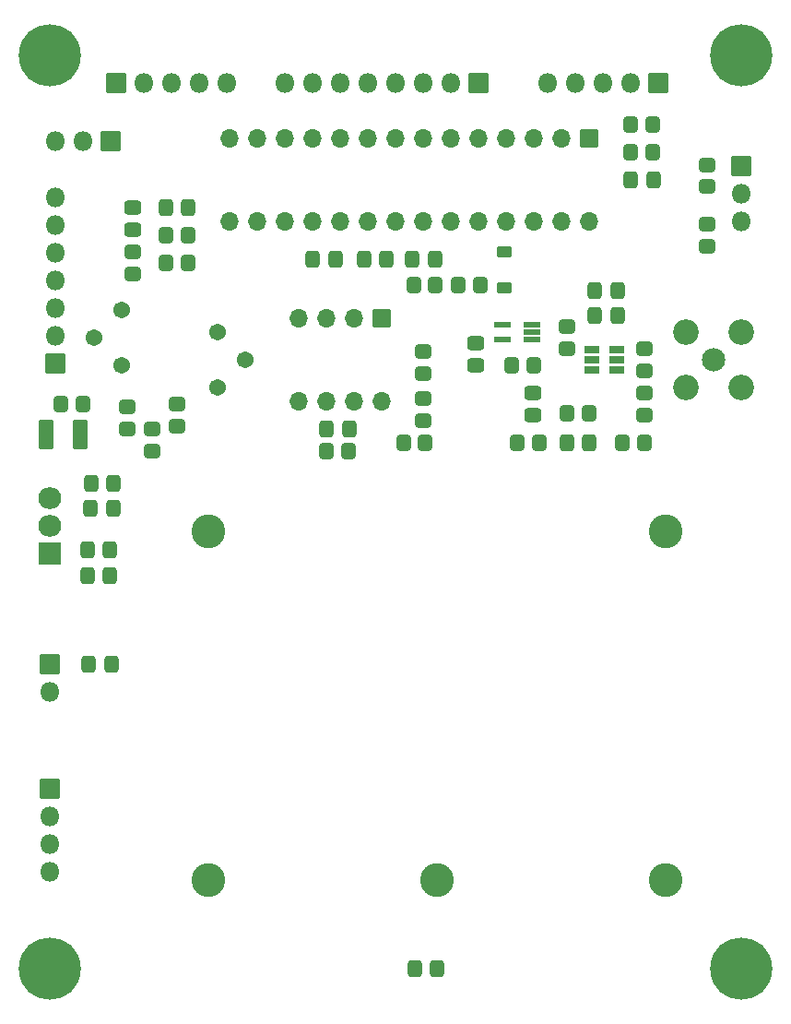
<source format=gbr>
%TF.GenerationSoftware,KiCad,Pcbnew,6.0.4*%
%TF.CreationDate,2022-04-29T13:24:53-05:00*%
%TF.ProjectId,gpsdo-controller,67707364-6f2d-4636-9f6e-74726f6c6c65,rev?*%
%TF.SameCoordinates,Original*%
%TF.FileFunction,Soldermask,Top*%
%TF.FilePolarity,Negative*%
%FSLAX46Y46*%
G04 Gerber Fmt 4.6, Leading zero omitted, Abs format (unit mm)*
G04 Created by KiCad (PCBNEW 6.0.4) date 2022-04-29 13:24:53*
%MOMM*%
%LPD*%
G01*
G04 APERTURE LIST*
G04 Aperture macros list*
%AMRoundRect*
0 Rectangle with rounded corners*
0 $1 Rounding radius*
0 $2 $3 $4 $5 $6 $7 $8 $9 X,Y pos of 4 corners*
0 Add a 4 corners polygon primitive as box body*
4,1,4,$2,$3,$4,$5,$6,$7,$8,$9,$2,$3,0*
0 Add four circle primitives for the rounded corners*
1,1,$1+$1,$2,$3*
1,1,$1+$1,$4,$5*
1,1,$1+$1,$6,$7*
1,1,$1+$1,$8,$9*
0 Add four rect primitives between the rounded corners*
20,1,$1+$1,$2,$3,$4,$5,0*
20,1,$1+$1,$4,$5,$6,$7,0*
20,1,$1+$1,$6,$7,$8,$9,0*
20,1,$1+$1,$8,$9,$2,$3,0*%
G04 Aperture macros list end*
%ADD10C,1.541600*%
%ADD11RoundRect,0.300800X-0.337500X-0.475000X0.337500X-0.475000X0.337500X0.475000X-0.337500X0.475000X0*%
%ADD12RoundRect,0.300800X0.337500X0.475000X-0.337500X0.475000X-0.337500X-0.475000X0.337500X-0.475000X0*%
%ADD13RoundRect,0.050800X-0.850000X-0.850000X0.850000X-0.850000X0.850000X0.850000X-0.850000X0.850000X0*%
%ADD14O,1.801600X1.801600*%
%ADD15RoundRect,0.300800X0.450000X-0.350000X0.450000X0.350000X-0.450000X0.350000X-0.450000X-0.350000X0*%
%ADD16RoundRect,0.300800X-0.350000X-0.450000X0.350000X-0.450000X0.350000X0.450000X-0.350000X0.450000X0*%
%ADD17RoundRect,0.050800X-0.850000X0.850000X-0.850000X-0.850000X0.850000X-0.850000X0.850000X0.850000X0*%
%ADD18RoundRect,0.050800X0.600000X-0.450000X0.600000X0.450000X-0.600000X0.450000X-0.600000X-0.450000X0*%
%ADD19RoundRect,0.050800X-0.800000X0.800000X-0.800000X-0.800000X0.800000X-0.800000X0.800000X0.800000X0*%
%ADD20O,1.701600X1.701600*%
%ADD21RoundRect,0.300800X-0.450000X0.350000X-0.450000X-0.350000X0.450000X-0.350000X0.450000X0.350000X0*%
%ADD22RoundRect,0.050800X0.850000X0.850000X-0.850000X0.850000X-0.850000X-0.850000X0.850000X-0.850000X0*%
%ADD23RoundRect,0.300800X0.350000X0.450000X-0.350000X0.450000X-0.350000X-0.450000X0.350000X-0.450000X0*%
%ADD24RoundRect,0.300800X0.400000X1.075000X-0.400000X1.075000X-0.400000X-1.075000X0.400000X-1.075000X0*%
%ADD25RoundRect,0.050800X1.000000X-0.952500X1.000000X0.952500X-1.000000X0.952500X-1.000000X-0.952500X0*%
%ADD26O,2.101600X2.006600*%
%ADD27RoundRect,0.300800X0.475000X-0.337500X0.475000X0.337500X-0.475000X0.337500X-0.475000X-0.337500X0*%
%ADD28C,3.101600*%
%ADD29RoundRect,0.200800X-0.512500X-0.150000X0.512500X-0.150000X0.512500X0.150000X-0.512500X0.150000X0*%
%ADD30RoundRect,0.300800X-0.475000X0.337500X-0.475000X-0.337500X0.475000X-0.337500X0.475000X0.337500X0*%
%ADD31C,2.151600*%
%ADD32C,2.351600*%
%ADD33C,5.701600*%
%ADD34RoundRect,0.050800X0.750000X0.200000X-0.750000X0.200000X-0.750000X-0.200000X0.750000X-0.200000X0*%
%ADD35RoundRect,0.050800X0.850000X-0.850000X0.850000X0.850000X-0.850000X0.850000X-0.850000X-0.850000X0*%
G04 APERTURE END LIST*
D10*
%TO.C,RV2*%
X99205000Y-68570000D03*
X101745000Y-71110000D03*
X99205000Y-73650000D03*
%TD*%
D11*
%TO.C,C2*%
X94445000Y-57150000D03*
X96520000Y-57150000D03*
%TD*%
D12*
%TO.C,C5*%
X135933000Y-67056000D03*
X133858000Y-67056000D03*
%TD*%
D13*
%TO.C,J5*%
X83820000Y-110500000D03*
D14*
X83820000Y-113040000D03*
X83820000Y-115580000D03*
X83820000Y-118120000D03*
%TD*%
D15*
%TO.C,R17*%
X93218000Y-79486000D03*
X93218000Y-77486000D03*
%TD*%
%TO.C,R2*%
X138430000Y-76200000D03*
X138430000Y-74200000D03*
%TD*%
D16*
%TO.C,R24*%
X117211600Y-64262000D03*
X119211600Y-64262000D03*
%TD*%
D11*
%TO.C,C4*%
X133858000Y-64770000D03*
X135933000Y-64770000D03*
%TD*%
D12*
%TO.C,C14*%
X89683500Y-82448400D03*
X87608500Y-82448400D03*
%TD*%
D13*
%TO.C,J8*%
X147320000Y-53340000D03*
D14*
X147320000Y-55880000D03*
X147320000Y-58420000D03*
%TD*%
D17*
%TO.C,J9*%
X123175000Y-45720000D03*
D14*
X120635000Y-45720000D03*
X118095000Y-45720000D03*
X115555000Y-45720000D03*
X113015000Y-45720000D03*
X110475000Y-45720000D03*
X107935000Y-45720000D03*
X105395000Y-45720000D03*
%TD*%
D11*
%TO.C,C6*%
X137160000Y-54610000D03*
X139235000Y-54610000D03*
%TD*%
D18*
%TO.C,D1*%
X125577600Y-64541400D03*
X125577600Y-61241400D03*
%TD*%
D16*
%TO.C,R6*%
X94520000Y-59690000D03*
X96520000Y-59690000D03*
%TD*%
D15*
%TO.C,R21*%
X144145000Y-55245000D03*
X144145000Y-53245000D03*
%TD*%
D19*
%TO.C,U5*%
X114300000Y-67310000D03*
D20*
X111760000Y-67310000D03*
X109220000Y-67310000D03*
X106680000Y-67310000D03*
X106680000Y-74930000D03*
X109220000Y-74930000D03*
X111760000Y-74930000D03*
X114300000Y-74930000D03*
%TD*%
D21*
%TO.C,R15*%
X118110000Y-70390000D03*
X118110000Y-72390000D03*
%TD*%
D22*
%TO.C,J3*%
X84328000Y-71501000D03*
D14*
X84328000Y-68961000D03*
X84328000Y-66421000D03*
X84328000Y-63881000D03*
X84328000Y-61341000D03*
X84328000Y-58801000D03*
X84328000Y-56261000D03*
%TD*%
D23*
%TO.C,R13*%
X86868000Y-75184000D03*
X84868000Y-75184000D03*
%TD*%
D21*
%TO.C,R22*%
X118110000Y-74692000D03*
X118110000Y-76692000D03*
%TD*%
D24*
%TO.C,R12*%
X86614000Y-77978000D03*
X83514000Y-77978000D03*
%TD*%
D16*
%TO.C,R1*%
X126762000Y-78740000D03*
X128762000Y-78740000D03*
%TD*%
D21*
%TO.C,R20*%
X131318000Y-68088000D03*
X131318000Y-70088000D03*
%TD*%
D25*
%TO.C,U6*%
X83820000Y-88900000D03*
D26*
X83820000Y-86360000D03*
X83820000Y-83820000D03*
%TD*%
D27*
%TO.C,C1*%
X128143000Y-76221500D03*
X128143000Y-74146500D03*
%TD*%
D23*
%TO.C,R25*%
X123317000Y-64287400D03*
X121317000Y-64287400D03*
%TD*%
D11*
%TO.C,C15*%
X109220000Y-77470000D03*
X111295000Y-77470000D03*
%TD*%
D28*
%TO.C,U4*%
X140380000Y-118870000D03*
X119380000Y-118870000D03*
X98380000Y-118870000D03*
X98380000Y-86870000D03*
X140380000Y-86870000D03*
%TD*%
D29*
%TO.C,U1*%
X133615000Y-70170000D03*
X133615000Y-71120000D03*
X133615000Y-72070000D03*
X135890000Y-72070000D03*
X135890000Y-71120000D03*
X135890000Y-70170000D03*
%TD*%
D10*
%TO.C,RV1*%
X90424000Y-66548000D03*
X87884000Y-69088000D03*
X90424000Y-71628000D03*
%TD*%
D21*
%TO.C,R16*%
X95504000Y-75216000D03*
X95504000Y-77216000D03*
%TD*%
D30*
%TO.C,C11*%
X91440000Y-57150000D03*
X91440000Y-59225000D03*
%TD*%
D31*
%TO.C,J1*%
X144780000Y-71120000D03*
D32*
X147320000Y-68580000D03*
X142240000Y-68580000D03*
X147320000Y-73660000D03*
X142240000Y-73660000D03*
%TD*%
D12*
%TO.C,C9*%
X110025000Y-61925200D03*
X107950000Y-61925200D03*
%TD*%
D16*
%TO.C,R3*%
X126254000Y-71628000D03*
X128254000Y-71628000D03*
%TD*%
D12*
%TO.C,C12*%
X89327900Y-88544400D03*
X87252900Y-88544400D03*
%TD*%
D17*
%TO.C,J6*%
X139700000Y-45720000D03*
D14*
X137160000Y-45720000D03*
X134620000Y-45720000D03*
X132080000Y-45720000D03*
X129540000Y-45720000D03*
%TD*%
D23*
%TO.C,R10*%
X139160000Y-52070000D03*
X137160000Y-52070000D03*
%TD*%
D33*
%TO.C,H2*%
X147320000Y-127000000D03*
%TD*%
D11*
%TO.C,C3*%
X131275000Y-78740000D03*
X133350000Y-78740000D03*
%TD*%
D17*
%TO.C,J2*%
X89408000Y-51054000D03*
D14*
X86868000Y-51054000D03*
X84328000Y-51054000D03*
%TD*%
D23*
%TO.C,R5*%
X133318000Y-76073000D03*
X131318000Y-76073000D03*
%TD*%
D33*
%TO.C,H3*%
X83820000Y-43180000D03*
%TD*%
D12*
%TO.C,C8*%
X114724000Y-61925200D03*
X112649000Y-61925200D03*
%TD*%
D23*
%TO.C,R23*%
X118287800Y-78740000D03*
X116287800Y-78740000D03*
%TD*%
%TO.C,R7*%
X96520000Y-62230000D03*
X94520000Y-62230000D03*
%TD*%
D34*
%TO.C,U2*%
X128076000Y-69230000D03*
X128076000Y-68580000D03*
X128076000Y-67930000D03*
X125416000Y-67930000D03*
X125416000Y-69230000D03*
%TD*%
D16*
%TO.C,R18*%
X109252000Y-79502000D03*
X111252000Y-79502000D03*
%TD*%
D21*
%TO.C,R11*%
X91440000Y-61230000D03*
X91440000Y-63230000D03*
%TD*%
D23*
%TO.C,R8*%
X139160000Y-49530000D03*
X137160000Y-49530000D03*
%TD*%
D11*
%TO.C,C18*%
X117101800Y-61925200D03*
X119176800Y-61925200D03*
%TD*%
D33*
%TO.C,H1*%
X147320000Y-43180000D03*
%TD*%
D15*
%TO.C,R14*%
X90932000Y-77438000D03*
X90932000Y-75438000D03*
%TD*%
D12*
%TO.C,C13*%
X89636600Y-84734400D03*
X87561600Y-84734400D03*
%TD*%
D15*
%TO.C,R19*%
X144145000Y-60690000D03*
X144145000Y-58690000D03*
%TD*%
D30*
%TO.C,C7*%
X122936000Y-69596000D03*
X122936000Y-71671000D03*
%TD*%
D21*
%TO.C,R9*%
X138430000Y-70120000D03*
X138430000Y-72120000D03*
%TD*%
D12*
%TO.C,C10*%
X89349400Y-90906600D03*
X87274400Y-90906600D03*
%TD*%
D11*
%TO.C,C17*%
X87376000Y-99060000D03*
X89451000Y-99060000D03*
%TD*%
D13*
%TO.C,J7*%
X83820000Y-99060000D03*
D14*
X83820000Y-101600000D03*
%TD*%
D35*
%TO.C,J4*%
X89916000Y-45720000D03*
D14*
X92456000Y-45720000D03*
X94996000Y-45720000D03*
X97536000Y-45720000D03*
X100076000Y-45720000D03*
%TD*%
D16*
%TO.C,R4*%
X136398000Y-78740000D03*
X138398000Y-78740000D03*
%TD*%
D19*
%TO.C,U3*%
X133340000Y-50810000D03*
D20*
X130800000Y-50810000D03*
X128260000Y-50810000D03*
X125720000Y-50810000D03*
X123180000Y-50810000D03*
X120640000Y-50810000D03*
X118100000Y-50810000D03*
X115560000Y-50810000D03*
X113020000Y-50810000D03*
X110480000Y-50810000D03*
X107940000Y-50810000D03*
X105400000Y-50810000D03*
X102860000Y-50810000D03*
X100320000Y-50810000D03*
X100320000Y-58430000D03*
X102860000Y-58430000D03*
X105400000Y-58430000D03*
X107940000Y-58430000D03*
X110480000Y-58430000D03*
X113020000Y-58430000D03*
X115560000Y-58430000D03*
X118100000Y-58430000D03*
X120640000Y-58430000D03*
X123180000Y-58430000D03*
X125720000Y-58430000D03*
X128260000Y-58430000D03*
X130800000Y-58430000D03*
X133340000Y-58430000D03*
%TD*%
D11*
%TO.C,C16*%
X117305000Y-127000000D03*
X119380000Y-127000000D03*
%TD*%
D33*
%TO.C,H4*%
X83820000Y-127000000D03*
%TD*%
M02*

</source>
